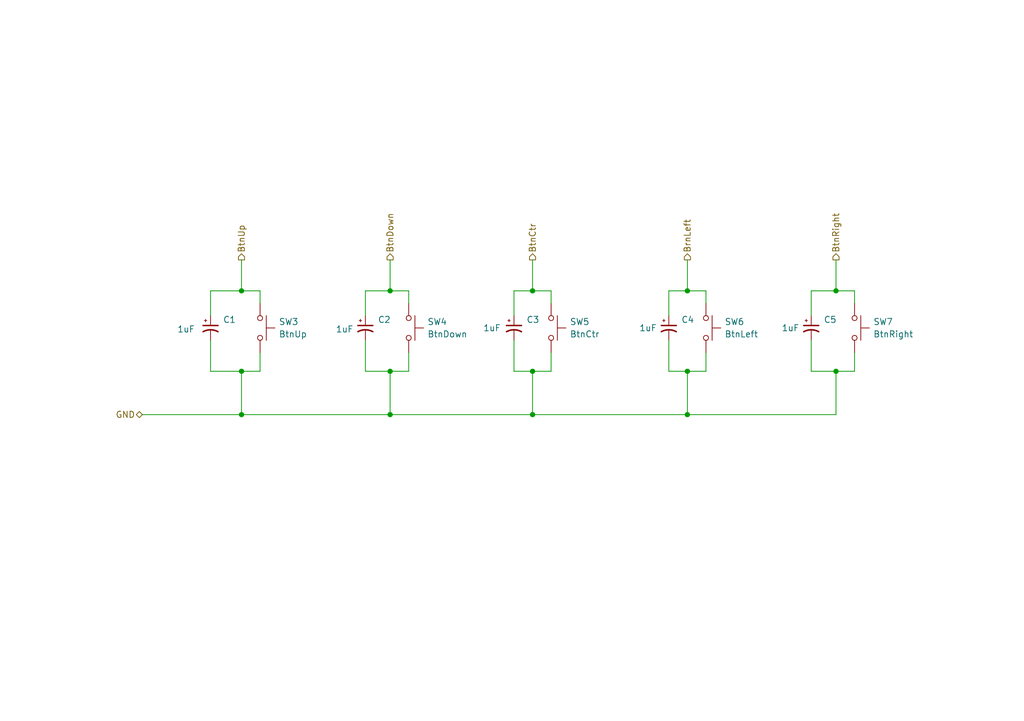
<source format=kicad_sch>
(kicad_sch
	(version 20231120)
	(generator "eeschema")
	(generator_version "8.0")
	(uuid "b6947d5c-673a-4850-90b9-936159616b1e")
	(paper "A5")
	(title_block
		(title "Buttons for control")
		(date "2024-12-31")
	)
	(lib_symbols
		(symbol "Device:C_Polarized_Small_US"
			(pin_numbers hide)
			(pin_names
				(offset 0.254) hide)
			(exclude_from_sim no)
			(in_bom yes)
			(on_board yes)
			(property "Reference" "C"
				(at 0.254 1.778 0)
				(effects
					(font
						(size 1.27 1.27)
					)
					(justify left)
				)
			)
			(property "Value" "C_Polarized_Small_US"
				(at 0.254 -2.032 0)
				(effects
					(font
						(size 1.27 1.27)
					)
					(justify left)
				)
			)
			(property "Footprint" ""
				(at 0 0 0)
				(effects
					(font
						(size 1.27 1.27)
					)
					(hide yes)
				)
			)
			(property "Datasheet" "~"
				(at 0 0 0)
				(effects
					(font
						(size 1.27 1.27)
					)
					(hide yes)
				)
			)
			(property "Description" "Polarized capacitor, small US symbol"
				(at 0 0 0)
				(effects
					(font
						(size 1.27 1.27)
					)
					(hide yes)
				)
			)
			(property "ki_keywords" "cap capacitor"
				(at 0 0 0)
				(effects
					(font
						(size 1.27 1.27)
					)
					(hide yes)
				)
			)
			(property "ki_fp_filters" "CP_*"
				(at 0 0 0)
				(effects
					(font
						(size 1.27 1.27)
					)
					(hide yes)
				)
			)
			(symbol "C_Polarized_Small_US_0_1"
				(polyline
					(pts
						(xy -1.524 0.508) (xy 1.524 0.508)
					)
					(stroke
						(width 0.3048)
						(type default)
					)
					(fill
						(type none)
					)
				)
				(polyline
					(pts
						(xy -1.27 1.524) (xy -0.762 1.524)
					)
					(stroke
						(width 0)
						(type default)
					)
					(fill
						(type none)
					)
				)
				(polyline
					(pts
						(xy -1.016 1.27) (xy -1.016 1.778)
					)
					(stroke
						(width 0)
						(type default)
					)
					(fill
						(type none)
					)
				)
				(arc
					(start 1.524 -0.762)
					(mid 0 -0.3734)
					(end -1.524 -0.762)
					(stroke
						(width 0.3048)
						(type default)
					)
					(fill
						(type none)
					)
				)
			)
			(symbol "C_Polarized_Small_US_1_1"
				(pin passive line
					(at 0 2.54 270)
					(length 2.032)
					(name "~"
						(effects
							(font
								(size 1.27 1.27)
							)
						)
					)
					(number "1"
						(effects
							(font
								(size 1.27 1.27)
							)
						)
					)
				)
				(pin passive line
					(at 0 -2.54 90)
					(length 2.032)
					(name "~"
						(effects
							(font
								(size 1.27 1.27)
							)
						)
					)
					(number "2"
						(effects
							(font
								(size 1.27 1.27)
							)
						)
					)
				)
			)
		)
		(symbol "Switch:SW_Push"
			(pin_numbers hide)
			(pin_names
				(offset 1.016) hide)
			(exclude_from_sim no)
			(in_bom yes)
			(on_board yes)
			(property "Reference" "SW"
				(at 1.27 2.54 0)
				(effects
					(font
						(size 1.27 1.27)
					)
					(justify left)
				)
			)
			(property "Value" "SW_Push"
				(at 0 -1.524 0)
				(effects
					(font
						(size 1.27 1.27)
					)
				)
			)
			(property "Footprint" ""
				(at 0 5.08 0)
				(effects
					(font
						(size 1.27 1.27)
					)
					(hide yes)
				)
			)
			(property "Datasheet" "~"
				(at 0 5.08 0)
				(effects
					(font
						(size 1.27 1.27)
					)
					(hide yes)
				)
			)
			(property "Description" "Push button switch, generic, two pins"
				(at 0 0 0)
				(effects
					(font
						(size 1.27 1.27)
					)
					(hide yes)
				)
			)
			(property "ki_keywords" "switch normally-open pushbutton push-button"
				(at 0 0 0)
				(effects
					(font
						(size 1.27 1.27)
					)
					(hide yes)
				)
			)
			(symbol "SW_Push_0_1"
				(circle
					(center -2.032 0)
					(radius 0.508)
					(stroke
						(width 0)
						(type default)
					)
					(fill
						(type none)
					)
				)
				(polyline
					(pts
						(xy 0 1.27) (xy 0 3.048)
					)
					(stroke
						(width 0)
						(type default)
					)
					(fill
						(type none)
					)
				)
				(polyline
					(pts
						(xy 2.54 1.27) (xy -2.54 1.27)
					)
					(stroke
						(width 0)
						(type default)
					)
					(fill
						(type none)
					)
				)
				(circle
					(center 2.032 0)
					(radius 0.508)
					(stroke
						(width 0)
						(type default)
					)
					(fill
						(type none)
					)
				)
				(pin passive line
					(at -5.08 0 0)
					(length 2.54)
					(name "1"
						(effects
							(font
								(size 1.27 1.27)
							)
						)
					)
					(number "1"
						(effects
							(font
								(size 1.27 1.27)
							)
						)
					)
				)
				(pin passive line
					(at 5.08 0 180)
					(length 2.54)
					(name "2"
						(effects
							(font
								(size 1.27 1.27)
							)
						)
					)
					(number "2"
						(effects
							(font
								(size 1.27 1.27)
							)
						)
					)
				)
			)
		)
	)
	(junction
		(at 109.22 85.09)
		(diameter 0)
		(color 0 0 0 0)
		(uuid "03e52cc6-6cea-46f6-8721-0af1b85f7043")
	)
	(junction
		(at 140.97 59.69)
		(diameter 0)
		(color 0 0 0 0)
		(uuid "25df8bbe-a530-45d7-919d-87c81caaaa0b")
	)
	(junction
		(at 80.01 76.2)
		(diameter 0)
		(color 0 0 0 0)
		(uuid "80dcf3b3-db17-42e9-809a-eb07b50683e9")
	)
	(junction
		(at 49.53 76.2)
		(diameter 0)
		(color 0 0 0 0)
		(uuid "954939b0-0435-4347-b33e-50845bbfe3b4")
	)
	(junction
		(at 109.22 76.2)
		(diameter 0)
		(color 0 0 0 0)
		(uuid "a3294abc-48c0-4294-92b7-87a760587a65")
	)
	(junction
		(at 140.97 76.2)
		(diameter 0)
		(color 0 0 0 0)
		(uuid "a6b6684e-8a95-4b04-b5d9-f772c8f12f2d")
	)
	(junction
		(at 171.45 59.69)
		(diameter 0)
		(color 0 0 0 0)
		(uuid "c7c0ec01-e7be-46db-b20b-8c951519d122")
	)
	(junction
		(at 80.01 59.69)
		(diameter 0)
		(color 0 0 0 0)
		(uuid "ca2ac131-14ce-4de4-b664-c6fe9bf94cc5")
	)
	(junction
		(at 80.01 85.09)
		(diameter 0)
		(color 0 0 0 0)
		(uuid "d6fa5b25-a3e3-406a-9b1a-3320d1d7cc04")
	)
	(junction
		(at 109.22 59.69)
		(diameter 0)
		(color 0 0 0 0)
		(uuid "e056d98c-4af1-47ba-849c-95f5c0cb4577")
	)
	(junction
		(at 49.53 85.09)
		(diameter 0)
		(color 0 0 0 0)
		(uuid "e70e5151-15e1-48c4-9c2e-c12e3295af0a")
	)
	(junction
		(at 49.53 59.69)
		(diameter 0)
		(color 0 0 0 0)
		(uuid "f09e56dd-c3b3-4099-93c6-6d07e0d50269")
	)
	(junction
		(at 171.45 76.2)
		(diameter 0)
		(color 0 0 0 0)
		(uuid "f66e65fd-8605-4e7b-b38c-5822c68490fd")
	)
	(junction
		(at 140.97 85.09)
		(diameter 0)
		(color 0 0 0 0)
		(uuid "fdde63ab-6f90-4d10-b4c0-5ffc6b435832")
	)
	(wire
		(pts
			(xy 43.18 59.69) (xy 49.53 59.69)
		)
		(stroke
			(width 0)
			(type default)
		)
		(uuid "013cab8f-ffa1-4f2a-8f16-1609b0211d42")
	)
	(wire
		(pts
			(xy 171.45 85.09) (xy 171.45 76.2)
		)
		(stroke
			(width 0)
			(type default)
		)
		(uuid "059a9f80-6cf1-42c1-9d6b-3a499761af43")
	)
	(wire
		(pts
			(xy 175.26 76.2) (xy 175.26 72.39)
		)
		(stroke
			(width 0)
			(type default)
		)
		(uuid "06ef522d-ba95-4018-b706-f0a309113902")
	)
	(wire
		(pts
			(xy 43.18 69.85) (xy 43.18 76.2)
		)
		(stroke
			(width 0)
			(type default)
		)
		(uuid "08568e0b-c402-4f9d-9cc2-8bd5ce84b985")
	)
	(wire
		(pts
			(xy 83.82 59.69) (xy 83.82 62.23)
		)
		(stroke
			(width 0)
			(type default)
		)
		(uuid "09ab2898-8c08-4a97-978e-8ce6fd6df41d")
	)
	(wire
		(pts
			(xy 137.16 64.77) (xy 137.16 59.69)
		)
		(stroke
			(width 0)
			(type default)
		)
		(uuid "0ba53b3a-938c-4899-859c-90cd805df964")
	)
	(wire
		(pts
			(xy 80.01 76.2) (xy 80.01 85.09)
		)
		(stroke
			(width 0)
			(type default)
		)
		(uuid "0e98f1d1-c531-4764-845a-9d9abe69244f")
	)
	(wire
		(pts
			(xy 109.22 76.2) (xy 113.03 76.2)
		)
		(stroke
			(width 0)
			(type default)
		)
		(uuid "0fa0fcf9-9458-4cda-8fd4-c72772f1946f")
	)
	(wire
		(pts
			(xy 105.41 76.2) (xy 109.22 76.2)
		)
		(stroke
			(width 0)
			(type default)
		)
		(uuid "187aeeaf-5a14-4dc5-95d5-c31ddabd2975")
	)
	(wire
		(pts
			(xy 83.82 72.39) (xy 83.82 76.2)
		)
		(stroke
			(width 0)
			(type default)
		)
		(uuid "2b170420-a39e-46cb-959e-5a97bac02a8c")
	)
	(wire
		(pts
			(xy 140.97 59.69) (xy 144.78 59.69)
		)
		(stroke
			(width 0)
			(type default)
		)
		(uuid "2c79cf1d-4836-4910-a38b-78b5f34c269f")
	)
	(wire
		(pts
			(xy 74.93 64.77) (xy 74.93 59.69)
		)
		(stroke
			(width 0)
			(type default)
		)
		(uuid "2e81fbc6-17ea-468e-9530-28c8b1c5faf2")
	)
	(wire
		(pts
			(xy 74.93 69.85) (xy 74.93 76.2)
		)
		(stroke
			(width 0)
			(type default)
		)
		(uuid "32fd75d9-bd95-4461-8016-a76f4c1a3363")
	)
	(wire
		(pts
			(xy 105.41 64.77) (xy 105.41 59.69)
		)
		(stroke
			(width 0)
			(type default)
		)
		(uuid "3743d7ea-b412-4408-990a-f44071dfcc29")
	)
	(wire
		(pts
			(xy 80.01 59.69) (xy 83.82 59.69)
		)
		(stroke
			(width 0)
			(type default)
		)
		(uuid "4c4d09c3-caaf-4d05-b7fc-d123dc4ae730")
	)
	(wire
		(pts
			(xy 144.78 72.39) (xy 144.78 76.2)
		)
		(stroke
			(width 0)
			(type default)
		)
		(uuid "50071a47-a320-46a4-97e2-a06d3b767e73")
	)
	(wire
		(pts
			(xy 109.22 59.69) (xy 113.03 59.69)
		)
		(stroke
			(width 0)
			(type default)
		)
		(uuid "5ae81e8b-3b62-45c6-b6a6-34ddb07d332a")
	)
	(wire
		(pts
			(xy 49.53 85.09) (xy 80.01 85.09)
		)
		(stroke
			(width 0)
			(type default)
		)
		(uuid "5ba307fc-c3c7-4190-a76d-06181d0502b0")
	)
	(wire
		(pts
			(xy 144.78 59.69) (xy 144.78 62.23)
		)
		(stroke
			(width 0)
			(type default)
		)
		(uuid "61dc1f4e-dec8-4f80-af4a-0fe1ae1398a9")
	)
	(wire
		(pts
			(xy 80.01 76.2) (xy 83.82 76.2)
		)
		(stroke
			(width 0)
			(type default)
		)
		(uuid "65ac6ff7-3930-4a8c-bd1d-f41ef116d9a3")
	)
	(wire
		(pts
			(xy 109.22 76.2) (xy 109.22 85.09)
		)
		(stroke
			(width 0)
			(type default)
		)
		(uuid "67ff892a-7f24-43d1-863d-49fbea126d9c")
	)
	(wire
		(pts
			(xy 43.18 64.77) (xy 43.18 59.69)
		)
		(stroke
			(width 0)
			(type default)
		)
		(uuid "6dd75801-a29f-4620-84f2-5a57e28a45e2")
	)
	(wire
		(pts
			(xy 140.97 85.09) (xy 171.45 85.09)
		)
		(stroke
			(width 0)
			(type default)
		)
		(uuid "6fcd44e3-0017-461a-a23f-5db27c7b7a71")
	)
	(wire
		(pts
			(xy 49.53 53.34) (xy 49.53 59.69)
		)
		(stroke
			(width 0)
			(type default)
		)
		(uuid "768ae144-d619-4244-b25c-eeac90e131ab")
	)
	(wire
		(pts
			(xy 74.93 59.69) (xy 80.01 59.69)
		)
		(stroke
			(width 0)
			(type default)
		)
		(uuid "808883a6-510f-484b-bf74-619d79f558a0")
	)
	(wire
		(pts
			(xy 171.45 59.69) (xy 175.26 59.69)
		)
		(stroke
			(width 0)
			(type default)
		)
		(uuid "8eb2429a-acd9-4f3f-9708-60bcad49f346")
	)
	(wire
		(pts
			(xy 49.53 76.2) (xy 53.34 76.2)
		)
		(stroke
			(width 0)
			(type default)
		)
		(uuid "9cf5fd02-651a-41d1-af3c-66b0f4a81d0f")
	)
	(wire
		(pts
			(xy 175.26 59.69) (xy 175.26 62.23)
		)
		(stroke
			(width 0)
			(type default)
		)
		(uuid "a9749f99-8f79-42c5-86f7-ed13a962ca53")
	)
	(wire
		(pts
			(xy 29.21 85.09) (xy 49.53 85.09)
		)
		(stroke
			(width 0)
			(type default)
		)
		(uuid "a999dc12-c2ae-4180-b06b-006d49147157")
	)
	(wire
		(pts
			(xy 53.34 59.69) (xy 53.34 62.23)
		)
		(stroke
			(width 0)
			(type default)
		)
		(uuid "ad12fe65-36c9-46b5-8786-6e7d8e604525")
	)
	(wire
		(pts
			(xy 137.16 69.85) (xy 137.16 76.2)
		)
		(stroke
			(width 0)
			(type default)
		)
		(uuid "ade57bfa-2e4e-4e72-bc41-281901518f02")
	)
	(wire
		(pts
			(xy 166.37 76.2) (xy 171.45 76.2)
		)
		(stroke
			(width 0)
			(type default)
		)
		(uuid "b354c08c-3180-4bf5-9fbc-ac9e0fbcdf58")
	)
	(wire
		(pts
			(xy 113.03 72.39) (xy 113.03 76.2)
		)
		(stroke
			(width 0)
			(type default)
		)
		(uuid "b5d1db43-c0a3-4751-be38-a08c326117ce")
	)
	(wire
		(pts
			(xy 105.41 69.85) (xy 105.41 76.2)
		)
		(stroke
			(width 0)
			(type default)
		)
		(uuid "b635901c-326d-40f7-a3b3-873b87e3fd2f")
	)
	(wire
		(pts
			(xy 80.01 85.09) (xy 109.22 85.09)
		)
		(stroke
			(width 0)
			(type default)
		)
		(uuid "b9abcbea-2927-4dae-b4c8-258673a4ca11")
	)
	(wire
		(pts
			(xy 166.37 64.77) (xy 166.37 59.69)
		)
		(stroke
			(width 0)
			(type default)
		)
		(uuid "ba743f7d-7b25-4a4a-acf7-3913922245aa")
	)
	(wire
		(pts
			(xy 80.01 53.34) (xy 80.01 59.69)
		)
		(stroke
			(width 0)
			(type default)
		)
		(uuid "bb6065a5-b1a6-49cd-b55a-2f7049f25ecc")
	)
	(wire
		(pts
			(xy 140.97 76.2) (xy 140.97 85.09)
		)
		(stroke
			(width 0)
			(type default)
		)
		(uuid "bb76fd46-b90f-44dd-9918-085caaa0883e")
	)
	(wire
		(pts
			(xy 137.16 59.69) (xy 140.97 59.69)
		)
		(stroke
			(width 0)
			(type default)
		)
		(uuid "c02fbe0e-cabd-487a-a01b-8e0c87d6d40a")
	)
	(wire
		(pts
			(xy 53.34 72.39) (xy 53.34 76.2)
		)
		(stroke
			(width 0)
			(type default)
		)
		(uuid "c0629cdc-aa49-4f3e-9023-8155ca7ea6f3")
	)
	(wire
		(pts
			(xy 140.97 76.2) (xy 144.78 76.2)
		)
		(stroke
			(width 0)
			(type default)
		)
		(uuid "c14d60d4-a8e6-4dd4-84a0-f8d1c83b28a8")
	)
	(wire
		(pts
			(xy 140.97 53.34) (xy 140.97 59.69)
		)
		(stroke
			(width 0)
			(type default)
		)
		(uuid "c17051a6-3f3e-4ed1-b051-188946bbddd0")
	)
	(wire
		(pts
			(xy 113.03 59.69) (xy 113.03 62.23)
		)
		(stroke
			(width 0)
			(type default)
		)
		(uuid "c1c3b360-c7b0-4882-9d11-34a253350e78")
	)
	(wire
		(pts
			(xy 166.37 59.69) (xy 171.45 59.69)
		)
		(stroke
			(width 0)
			(type default)
		)
		(uuid "c1e0165f-de41-4ad8-be85-e8eb65e9751f")
	)
	(wire
		(pts
			(xy 171.45 76.2) (xy 175.26 76.2)
		)
		(stroke
			(width 0)
			(type default)
		)
		(uuid "c35bcea9-c907-400f-8e77-1e938f43e8f9")
	)
	(wire
		(pts
			(xy 49.53 59.69) (xy 53.34 59.69)
		)
		(stroke
			(width 0)
			(type default)
		)
		(uuid "c400e179-58ef-41f6-92f7-bc68545ca969")
	)
	(wire
		(pts
			(xy 166.37 69.85) (xy 166.37 76.2)
		)
		(stroke
			(width 0)
			(type default)
		)
		(uuid "c44ddeb8-8b32-4f82-9708-626ae807678b")
	)
	(wire
		(pts
			(xy 109.22 85.09) (xy 140.97 85.09)
		)
		(stroke
			(width 0)
			(type default)
		)
		(uuid "d998f982-40e6-45d3-94c9-29ed6557c829")
	)
	(wire
		(pts
			(xy 109.22 53.34) (xy 109.22 59.69)
		)
		(stroke
			(width 0)
			(type default)
		)
		(uuid "da477d3f-da94-4f64-be18-4e57b20bc30f")
	)
	(wire
		(pts
			(xy 137.16 76.2) (xy 140.97 76.2)
		)
		(stroke
			(width 0)
			(type default)
		)
		(uuid "e8f8a098-a494-4236-97e0-a73077105bfb")
	)
	(wire
		(pts
			(xy 74.93 76.2) (xy 80.01 76.2)
		)
		(stroke
			(width 0)
			(type default)
		)
		(uuid "e9418113-9edb-4906-a76e-d67e2d87eb0d")
	)
	(wire
		(pts
			(xy 171.45 53.34) (xy 171.45 59.69)
		)
		(stroke
			(width 0)
			(type default)
		)
		(uuid "f4430850-1f65-4a34-9661-23d06a1dd101")
	)
	(wire
		(pts
			(xy 43.18 76.2) (xy 49.53 76.2)
		)
		(stroke
			(width 0)
			(type default)
		)
		(uuid "f560e0d2-549c-4569-b0d3-637e0a795dfb")
	)
	(wire
		(pts
			(xy 49.53 76.2) (xy 49.53 85.09)
		)
		(stroke
			(width 0)
			(type default)
		)
		(uuid "f864f24c-416e-49bd-9544-21ffbf723f74")
	)
	(wire
		(pts
			(xy 105.41 59.69) (xy 109.22 59.69)
		)
		(stroke
			(width 0)
			(type default)
		)
		(uuid "fdba4c3e-d7a1-4f84-81fb-20b3377ec021")
	)
	(hierarchical_label "BtnRight"
		(shape output)
		(at 171.45 53.34 90)
		(fields_autoplaced yes)
		(effects
			(font
				(size 1.27 1.27)
			)
			(justify left)
		)
		(uuid "30a86905-553a-4d27-916a-49f7f85889cf")
	)
	(hierarchical_label "BtnDown"
		(shape output)
		(at 80.01 53.34 90)
		(fields_autoplaced yes)
		(effects
			(font
				(size 1.27 1.27)
			)
			(justify left)
		)
		(uuid "409d34df-252b-4893-af86-6316a5e0f4bc")
	)
	(hierarchical_label "BtnUp"
		(shape output)
		(at 49.53 53.34 90)
		(fields_autoplaced yes)
		(effects
			(font
				(size 1.27 1.27)
			)
			(justify left)
		)
		(uuid "9154d0c5-3d0a-4a7c-8516-4a221fd87b25")
	)
	(hierarchical_label "BrnLeft"
		(shape output)
		(at 140.97 53.34 90)
		(fields_autoplaced yes)
		(effects
			(font
				(size 1.27 1.27)
			)
			(justify left)
		)
		(uuid "94504db3-86f5-4524-80ae-f26645ede7e1")
	)
	(hierarchical_label "BtnCtr"
		(shape output)
		(at 109.22 53.34 90)
		(fields_autoplaced yes)
		(effects
			(font
				(size 1.27 1.27)
			)
			(justify left)
		)
		(uuid "b7faa9bc-554f-4cc4-a563-05e60faa36c6")
	)
	(hierarchical_label "GND"
		(shape bidirectional)
		(at 29.21 85.09 180)
		(fields_autoplaced yes)
		(effects
			(font
				(size 1.27 1.27)
			)
			(justify right)
		)
		(uuid "d3aed298-f565-408e-a2ea-b13cc54b697d")
	)
	(symbol
		(lib_id "Device:C_Polarized_Small_US")
		(at 105.41 67.31 0)
		(unit 1)
		(exclude_from_sim no)
		(in_bom yes)
		(on_board yes)
		(dnp no)
		(uuid "0fb958c1-7234-493c-9c1f-92e2c81c287d")
		(property "Reference" "C3"
			(at 107.95 65.6081 0)
			(effects
				(font
					(size 1.27 1.27)
				)
				(justify left)
			)
		)
		(property "Value" "1uF"
			(at 99.06 67.31 0)
			(effects
				(font
					(size 1.27 1.27)
				)
				(justify left)
			)
		)
		(property "Footprint" "Capacitor_SMD:C_0603_1608Metric"
			(at 105.41 67.31 0)
			(effects
				(font
					(size 1.27 1.27)
				)
				(hide yes)
			)
		)
		(property "Datasheet" "~"
			(at 105.41 67.31 0)
			(effects
				(font
					(size 1.27 1.27)
				)
				(hide yes)
			)
		)
		(property "Description" "Polarized capacitor, small US symbol"
			(at 105.41 67.31 0)
			(effects
				(font
					(size 1.27 1.27)
				)
				(hide yes)
			)
		)
		(pin "2"
			(uuid "18396266-ea96-464e-ab69-342772ae4eea")
		)
		(pin "1"
			(uuid "974bbc3c-2747-4286-8f27-3af83887ca4b")
		)
		(instances
			(project "Tester_circut"
				(path "/e9d51b57-f7f4-4dc8-a5d5-c432dd7d472e/2562b791-4f33-4f99-aff1-9108f90de8ee"
					(reference "C3")
					(unit 1)
				)
			)
		)
	)
	(symbol
		(lib_id "Switch:SW_Push")
		(at 175.26 67.31 270)
		(unit 1)
		(exclude_from_sim no)
		(in_bom yes)
		(on_board yes)
		(dnp no)
		(fields_autoplaced yes)
		(uuid "2577de39-3f72-4af8-b4ed-47839a3d5427")
		(property "Reference" "SW7"
			(at 179.07 66.0399 90)
			(effects
				(font
					(size 1.27 1.27)
				)
				(justify left)
			)
		)
		(property "Value" "BtnRight"
			(at 179.07 68.5799 90)
			(effects
				(font
					(size 1.27 1.27)
				)
				(justify left)
			)
		)
		(property "Footprint" "Library:FAN"
			(at 180.34 67.31 0)
			(effects
				(font
					(size 1.27 1.27)
				)
				(hide yes)
			)
		)
		(property "Datasheet" "~"
			(at 180.34 67.31 0)
			(effects
				(font
					(size 1.27 1.27)
				)
				(hide yes)
			)
		)
		(property "Description" "Push button switch, generic, two pins"
			(at 175.26 67.31 0)
			(effects
				(font
					(size 1.27 1.27)
				)
				(hide yes)
			)
		)
		(pin "2"
			(uuid "f5d65e2e-b4ce-416b-a265-1caa58717a1d")
		)
		(pin "1"
			(uuid "038f47a8-07ee-4a47-9b97-373061fe49f9")
		)
		(instances
			(project "Tester_circut"
				(path "/e9d51b57-f7f4-4dc8-a5d5-c432dd7d472e/2562b791-4f33-4f99-aff1-9108f90de8ee"
					(reference "SW7")
					(unit 1)
				)
			)
		)
	)
	(symbol
		(lib_id "Device:C_Polarized_Small_US")
		(at 166.37 67.31 0)
		(unit 1)
		(exclude_from_sim no)
		(in_bom yes)
		(on_board yes)
		(dnp no)
		(uuid "41fe2d17-2c66-4c60-b236-f32ae024e9f0")
		(property "Reference" "C5"
			(at 168.91 65.6081 0)
			(effects
				(font
					(size 1.27 1.27)
				)
				(justify left)
			)
		)
		(property "Value" "1uF"
			(at 160.274 67.31 0)
			(effects
				(font
					(size 1.27 1.27)
				)
				(justify left)
			)
		)
		(property "Footprint" "Capacitor_SMD:C_0603_1608Metric"
			(at 166.37 67.31 0)
			(effects
				(font
					(size 1.27 1.27)
				)
				(hide yes)
			)
		)
		(property "Datasheet" "~"
			(at 166.37 67.31 0)
			(effects
				(font
					(size 1.27 1.27)
				)
				(hide yes)
			)
		)
		(property "Description" "Polarized capacitor, small US symbol"
			(at 166.37 67.31 0)
			(effects
				(font
					(size 1.27 1.27)
				)
				(hide yes)
			)
		)
		(pin "2"
			(uuid "98528cc0-d346-4d43-8743-84ac55237813")
		)
		(pin "1"
			(uuid "7ce599d5-9c9f-45f9-80eb-9af76b300314")
		)
		(instances
			(project "Tester_circut"
				(path "/e9d51b57-f7f4-4dc8-a5d5-c432dd7d472e/2562b791-4f33-4f99-aff1-9108f90de8ee"
					(reference "C5")
					(unit 1)
				)
			)
		)
	)
	(symbol
		(lib_id "Switch:SW_Push")
		(at 53.34 67.31 270)
		(unit 1)
		(exclude_from_sim no)
		(in_bom yes)
		(on_board yes)
		(dnp no)
		(fields_autoplaced yes)
		(uuid "684cee4b-3545-47ab-9148-7550a1a52e61")
		(property "Reference" "SW3"
			(at 57.15 66.0399 90)
			(effects
				(font
					(size 1.27 1.27)
				)
				(justify left)
			)
		)
		(property "Value" "BtnUp"
			(at 57.15 68.5799 90)
			(effects
				(font
					(size 1.27 1.27)
				)
				(justify left)
			)
		)
		(property "Footprint" "Library:FAN"
			(at 58.42 67.31 0)
			(effects
				(font
					(size 1.27 1.27)
				)
				(hide yes)
			)
		)
		(property "Datasheet" "~"
			(at 58.42 67.31 0)
			(effects
				(font
					(size 1.27 1.27)
				)
				(hide yes)
			)
		)
		(property "Description" "Push button switch, generic, two pins"
			(at 53.34 67.31 0)
			(effects
				(font
					(size 1.27 1.27)
				)
				(hide yes)
			)
		)
		(pin "2"
			(uuid "77a336c6-56c0-4c21-a399-aedc64c529ce")
		)
		(pin "1"
			(uuid "58cd46b9-c5e4-4f09-ba45-cd5bde75b9ec")
		)
		(instances
			(project ""
				(path "/e9d51b57-f7f4-4dc8-a5d5-c432dd7d472e/2562b791-4f33-4f99-aff1-9108f90de8ee"
					(reference "SW3")
					(unit 1)
				)
			)
		)
	)
	(symbol
		(lib_id "Device:C_Polarized_Small_US")
		(at 43.18 67.31 0)
		(unit 1)
		(exclude_from_sim no)
		(in_bom yes)
		(on_board yes)
		(dnp no)
		(uuid "88d4fa8e-f6d6-4e74-9048-2b4ba2a25987")
		(property "Reference" "C1"
			(at 45.72 65.6081 0)
			(effects
				(font
					(size 1.27 1.27)
				)
				(justify left)
			)
		)
		(property "Value" "1uF"
			(at 36.322 67.564 0)
			(effects
				(font
					(size 1.27 1.27)
				)
				(justify left)
			)
		)
		(property "Footprint" "Capacitor_SMD:C_0603_1608Metric"
			(at 43.18 67.31 0)
			(effects
				(font
					(size 1.27 1.27)
				)
				(hide yes)
			)
		)
		(property "Datasheet" "~"
			(at 43.18 67.31 0)
			(effects
				(font
					(size 1.27 1.27)
				)
				(hide yes)
			)
		)
		(property "Description" "Polarized capacitor, small US symbol"
			(at 43.18 67.31 0)
			(effects
				(font
					(size 1.27 1.27)
				)
				(hide yes)
			)
		)
		(pin "2"
			(uuid "4a6fae33-1a47-44fa-8c96-fd3797a1df10")
		)
		(pin "1"
			(uuid "40b18c28-bfe3-41bd-a09e-b9cdce6a4a74")
		)
		(instances
			(project ""
				(path "/e9d51b57-f7f4-4dc8-a5d5-c432dd7d472e/2562b791-4f33-4f99-aff1-9108f90de8ee"
					(reference "C1")
					(unit 1)
				)
			)
		)
	)
	(symbol
		(lib_id "Switch:SW_Push")
		(at 83.82 67.31 270)
		(unit 1)
		(exclude_from_sim no)
		(in_bom yes)
		(on_board yes)
		(dnp no)
		(fields_autoplaced yes)
		(uuid "894c251e-4ebb-4a95-ac76-cd7c305cc540")
		(property "Reference" "SW4"
			(at 87.63 66.0399 90)
			(effects
				(font
					(size 1.27 1.27)
				)
				(justify left)
			)
		)
		(property "Value" "BtnDown"
			(at 87.63 68.5799 90)
			(effects
				(font
					(size 1.27 1.27)
				)
				(justify left)
			)
		)
		(property "Footprint" "Library:FAN"
			(at 88.9 67.31 0)
			(effects
				(font
					(size 1.27 1.27)
				)
				(hide yes)
			)
		)
		(property "Datasheet" "~"
			(at 88.9 67.31 0)
			(effects
				(font
					(size 1.27 1.27)
				)
				(hide yes)
			)
		)
		(property "Description" "Push button switch, generic, two pins"
			(at 83.82 67.31 0)
			(effects
				(font
					(size 1.27 1.27)
				)
				(hide yes)
			)
		)
		(pin "2"
			(uuid "25d2646d-781f-495b-9164-c0ceea232547")
		)
		(pin "1"
			(uuid "1e330ebe-77a3-4839-b475-bfeec5dcfb38")
		)
		(instances
			(project "Tester_circut"
				(path "/e9d51b57-f7f4-4dc8-a5d5-c432dd7d472e/2562b791-4f33-4f99-aff1-9108f90de8ee"
					(reference "SW4")
					(unit 1)
				)
			)
		)
	)
	(symbol
		(lib_id "Switch:SW_Push")
		(at 113.03 67.31 270)
		(unit 1)
		(exclude_from_sim no)
		(in_bom yes)
		(on_board yes)
		(dnp no)
		(fields_autoplaced yes)
		(uuid "a226a398-63b7-4340-a50c-d9142d4a5778")
		(property "Reference" "SW5"
			(at 116.84 66.0399 90)
			(effects
				(font
					(size 1.27 1.27)
				)
				(justify left)
			)
		)
		(property "Value" "BtnCtr"
			(at 116.84 68.5799 90)
			(effects
				(font
					(size 1.27 1.27)
				)
				(justify left)
			)
		)
		(property "Footprint" "Library:FAN"
			(at 118.11 67.31 0)
			(effects
				(font
					(size 1.27 1.27)
				)
				(hide yes)
			)
		)
		(property "Datasheet" "~"
			(at 118.11 67.31 0)
			(effects
				(font
					(size 1.27 1.27)
				)
				(hide yes)
			)
		)
		(property "Description" "Push button switch, generic, two pins"
			(at 113.03 67.31 0)
			(effects
				(font
					(size 1.27 1.27)
				)
				(hide yes)
			)
		)
		(pin "2"
			(uuid "89e38ded-5ee8-46ca-b3e8-befbd245ea5d")
		)
		(pin "1"
			(uuid "74683fbf-ba64-42a0-8b1a-2625fc02c2d4")
		)
		(instances
			(project "Tester_circut"
				(path "/e9d51b57-f7f4-4dc8-a5d5-c432dd7d472e/2562b791-4f33-4f99-aff1-9108f90de8ee"
					(reference "SW5")
					(unit 1)
				)
			)
		)
	)
	(symbol
		(lib_id "Device:C_Polarized_Small_US")
		(at 74.93 67.31 0)
		(unit 1)
		(exclude_from_sim no)
		(in_bom yes)
		(on_board yes)
		(dnp no)
		(uuid "d7a90b8c-ea7e-4b52-92cc-c6317213bcab")
		(property "Reference" "C2"
			(at 77.47 65.6081 0)
			(effects
				(font
					(size 1.27 1.27)
				)
				(justify left)
			)
		)
		(property "Value" "1uF"
			(at 68.834 67.564 0)
			(effects
				(font
					(size 1.27 1.27)
				)
				(justify left)
			)
		)
		(property "Footprint" "Capacitor_SMD:C_0603_1608Metric"
			(at 74.93 67.31 0)
			(effects
				(font
					(size 1.27 1.27)
				)
				(hide yes)
			)
		)
		(property "Datasheet" "~"
			(at 74.93 67.31 0)
			(effects
				(font
					(size 1.27 1.27)
				)
				(hide yes)
			)
		)
		(property "Description" "Polarized capacitor, small US symbol"
			(at 74.93 67.31 0)
			(effects
				(font
					(size 1.27 1.27)
				)
				(hide yes)
			)
		)
		(pin "2"
			(uuid "4d5a793e-a6a3-4445-a12e-077d0d2cd5cd")
		)
		(pin "1"
			(uuid "3e831f2b-a0d2-42e4-b03b-de88f998a5f8")
		)
		(instances
			(project "Tester_circut"
				(path "/e9d51b57-f7f4-4dc8-a5d5-c432dd7d472e/2562b791-4f33-4f99-aff1-9108f90de8ee"
					(reference "C2")
					(unit 1)
				)
			)
		)
	)
	(symbol
		(lib_id "Device:C_Polarized_Small_US")
		(at 137.16 67.31 0)
		(unit 1)
		(exclude_from_sim no)
		(in_bom yes)
		(on_board yes)
		(dnp no)
		(uuid "dcc4db61-0628-4143-95b8-b5bba0ee0822")
		(property "Reference" "C4"
			(at 139.7 65.6081 0)
			(effects
				(font
					(size 1.27 1.27)
				)
				(justify left)
			)
		)
		(property "Value" "1uF"
			(at 131.064 67.31 0)
			(effects
				(font
					(size 1.27 1.27)
				)
				(justify left)
			)
		)
		(property "Footprint" "Capacitor_SMD:C_0603_1608Metric"
			(at 137.16 67.31 0)
			(effects
				(font
					(size 1.27 1.27)
				)
				(hide yes)
			)
		)
		(property "Datasheet" "~"
			(at 137.16 67.31 0)
			(effects
				(font
					(size 1.27 1.27)
				)
				(hide yes)
			)
		)
		(property "Description" "Polarized capacitor, small US symbol"
			(at 137.16 67.31 0)
			(effects
				(font
					(size 1.27 1.27)
				)
				(hide yes)
			)
		)
		(pin "2"
			(uuid "de86f3a9-cb3e-472a-b2fd-3636a5cbb89c")
		)
		(pin "1"
			(uuid "68a728b0-cefe-4eee-852e-b3b4ad9d2e61")
		)
		(instances
			(project "Tester_circut"
				(path "/e9d51b57-f7f4-4dc8-a5d5-c432dd7d472e/2562b791-4f33-4f99-aff1-9108f90de8ee"
					(reference "C4")
					(unit 1)
				)
			)
		)
	)
	(symbol
		(lib_id "Switch:SW_Push")
		(at 144.78 67.31 270)
		(unit 1)
		(exclude_from_sim no)
		(in_bom yes)
		(on_board yes)
		(dnp no)
		(fields_autoplaced yes)
		(uuid "e117bf25-ca07-4343-964d-941c42102ab7")
		(property "Reference" "SW6"
			(at 148.59 66.0399 90)
			(effects
				(font
					(size 1.27 1.27)
				)
				(justify left)
			)
		)
		(property "Value" "BtnLeft"
			(at 148.59 68.5799 90)
			(effects
				(font
					(size 1.27 1.27)
				)
				(justify left)
			)
		)
		(property "Footprint" "Library:FAN"
			(at 149.86 67.31 0)
			(effects
				(font
					(size 1.27 1.27)
				)
				(hide yes)
			)
		)
		(property "Datasheet" "~"
			(at 149.86 67.31 0)
			(effects
				(font
					(size 1.27 1.27)
				)
				(hide yes)
			)
		)
		(property "Description" "Push button switch, generic, two pins"
			(at 144.78 67.31 0)
			(effects
				(font
					(size 1.27 1.27)
				)
				(hide yes)
			)
		)
		(pin "2"
			(uuid "e0361f5a-8791-4329-99a1-16e359719b99")
		)
		(pin "1"
			(uuid "788148d8-ca30-4fbe-9543-890cc316b046")
		)
		(instances
			(project "Tester_circut"
				(path "/e9d51b57-f7f4-4dc8-a5d5-c432dd7d472e/2562b791-4f33-4f99-aff1-9108f90de8ee"
					(reference "SW6")
					(unit 1)
				)
			)
		)
	)
)

</source>
